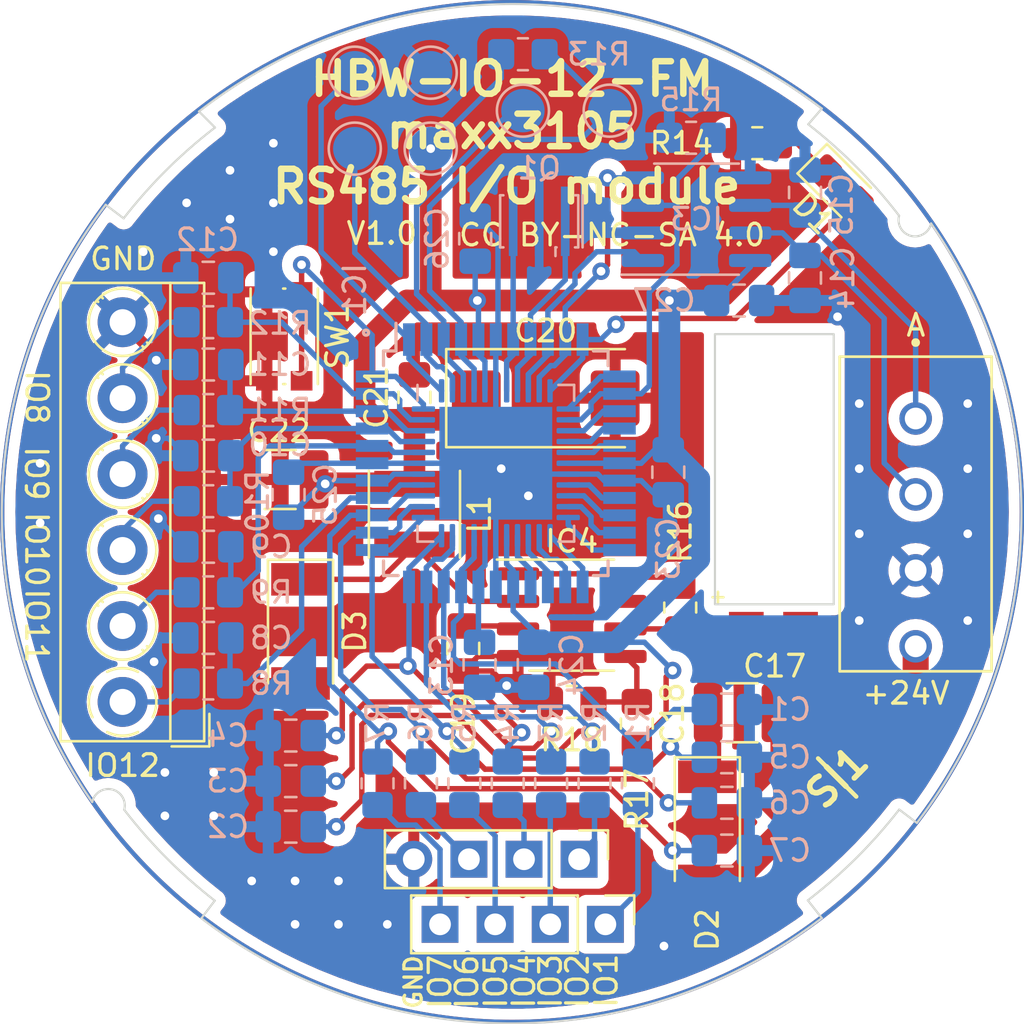
<source format=kicad_pcb>
(kicad_pcb (version 20211014) (generator pcbnew)
  (layers (0 "F.Cu" signal) (31 "B.Cu" signal) (34 "B.Paste" user) (35 "F.Paste" user) (36 "B.SilkS" user "B.Silkscreen") (37 "F.SilkS" user "F.Silkscreen") (38 "B.Mask" user) (39 "F.Mask" user) (44 "Edge.Cuts" user))
  (net 0 "")
  (net 1 "/GND")
  (net 2 "/AREF")
  (net 3 "Net-(C14-Pad1)")
  (net 4 "Net-(C15-Pad1)")
  (net 5 "Net-(C17-Pad1)")
  (net 6 "Net-(C19-Pad1)")
  (net 7 "/VCC")
  (net 8 "Net-(D1-Pad1)")
  (net 9 "/LED")
  (net 10 "Net-(D2-Pad2)")
  (net 11 "Net-(D3-Pad1)")
  (net 12 "/MOSI")
  (net 13 "/MISO")
  (net 14 "/SCK")
  (net 15 "/RST")
  (net 16 "/XTAL2")
  (net 17 "/XTAL1")
  (net 18 "/RXD")
  (net 19 "/TXD")
  (net 20 "/TXEN")
  (net 21 "/SO8")
  (net 22 "/SO7")
  (net 23 "/SO6")
  (net 24 "/SO5")
  (net 25 "/SO4")
  (net 26 "/SO3")
  (net 27 "/SO2")
  (net 28 "/SO1")
  (net 29 "/SO9")
  (net 30 "/SO10")
  (net 31 "/SO11")
  (net 32 "/SO12")
  (net 33 "Net-(IC4-Pad1)")
  (net 34 "Net-(IC4-Pad5)")
  (net 35 "Net-(J1-Pad1)")
  (net 36 "Net-(J1-Pad2)")
  (net 37 "Net-(J1-Pad3)")
  (net 38 "Net-(J1-Pad4)")
  (net 39 "Net-(J2-Pad1)")
  (net 40 "Net-(J2-Pad2)")
  (net 41 "Net-(J2-Pad3)")
  (net 42 "Net-(J3-Pad1)")
  (net 43 "Net-(J3-Pad2)")
  (net 44 "Net-(J3-Pad3)")
  (net 45 "Net-(J3-Pad4)")
  (net 46 "Net-(J3-Pad5)")
  (net 47 "/+24V")
  (net 48 "/PD3")
  (net 49 "/PD5")
  (net 50 "/PD6")
  (net 51 "/PD7")
  (net 52 "/PC0")
  (net 53 "/PC1")
  (net 54 "/PC2")
  (net 55 "/PC3")
  (net 56 "/PC4")
  (net 57 "/PC5")
  (net 58 "/PC6")
  (net 59 "/PC7")
  (net 60 "/Button")
  (footprint "Fuse:FUSC6127X294N" (layer "F.Cu") (at 164.982233 87.232233 -135)
    (fp_text reference "SI1")
    (fp_text value "375mA" hide)
  )
  (footprint "Diode_SMD:D_MELF" (layer "F.Cu") (at 140.25 80.5 -90)
    (fp_text reference "D3")
    (fp_text value "SK14")
  )
  (footprint "1891085:PHOENIX_1891085" (layer "F.Cu") (at 165.1 67.8375 -90)
    (fp_text reference "J4" hide)
    (fp_text value "BUS_Terminal" hide)
  )
  (footprint "LED_SMD:LED_0805_2012Metric_Pad1.15x1.40mm_HandSolder" (layer "F.Cu") (at 165.15 60.03 -45)
    (fp_text reference "D1")
    (fp_text value "Rot" hide)
  )
  (footprint "Capacitor_SMD:C_0805_2012Metric_Pad1.18x1.45mm_HandSolder" (layer "F.Cu") (at 147.75 81.2875 -90)
    (fp_text reference "C19")
    (fp_text value "220pF" hide)
  )
  (footprint "Inductor_SMD:L_Taiyo-Yuden_MD-4040" (layer "F.Cu") (at 145.5 75.1 -90)
    (fp_text reference "L1")
    (fp_text value "270µH")
  )
  (footprint "Diode_SMD:D_MELF" (layer "F.Cu") (at 159 89.6 -90)
    (fp_text reference "D2")
    (fp_text value "SM4007" hide)
  )
  (footprint "Capacitor_THT:CP_Radial_D5.0mm_P2.50mm" (layer "F.Cu") (at 160.794888 80.4)
    (fp_text reference "C17")
    (fp_text value "22µF/50V" hide)
  )
  (footprint "Resistor_SMD:R_0805_2012Metric_Pad1.20x1.40mm_HandSolder" (layer "F.Cu") (at 157.75 79.4 90)
    (fp_text reference "R16")
    (fp_text value "1R")
  )
  (footprint "Connector_PinHeader_2.54mm:PinHeader_1x04_P2.54mm_Vertical" (layer "F.Cu") (at 154.3 94 -90)
    (fp_text reference "J1" hide)
    (fp_text value "Conn_01x04_Male" hide)
  )
  (footprint "Resistor_SMD:R_0805_2012Metric_Pad1.20x1.40mm_HandSolder" (layer "F.Cu") (at 161.3 58)
    (fp_text reference "R14")
    (fp_text value "470" hide)
  )
  (footprint "Capacitor_SMD:C_0805_2012Metric_Pad1.18x1.45mm_HandSolder" (layer "F.Cu") (at 145.5 69.7125 -90)
    (fp_text reference "C21")
    (fp_text value "100n" hide)
  )
  (footprint "Capacitor_Tantalum_SMD:CP_EIA-7343-20_Kemet-V_Pad2.25x2.55mm_HandSolder" (layer "F.Cu") (at 151.55 69.75)
    (fp_text reference "C20")
    (fp_text value "100µF/6,3V" hide)
  )
  (footprint "Resistor_SMD:R_0805_2012Metric_Pad1.20x1.40mm_HandSolder" (layer "F.Cu") (at 152.75 83.75 180)
    (fp_text reference "R18")
    (fp_text value "12k" hide)
  )
  (footprint "Capacitor_SMD:C_1210_3225Metric_Pad1.33x2.70mm_HandSolder" (layer "F.Cu") (at 139.3125 73.5 180)
    (fp_text reference "C22")
    (fp_text value "10µF" hide)
  )
  (footprint "Package_SO:SOIC-8_3.9x4.9mm_P1.27mm" (layer "F.Cu") (at 152.75 79.75)
    (fp_text reference "IC4")
    (fp_text value "MC34063AD" hide)
  )
  (footprint "Connector_PinHeader_2.54mm:PinHeader_1x04_P2.54mm_Vertical" (layer "F.Cu") (at 153.09 91 -90)
    (fp_text reference "J2" hide)
    (fp_text value "Conn_01x04_Male" hide)
  )
  (footprint "Button_Switch_SMD:SW_Push_1P1T_NO_CK_KMR2" (layer "F.Cu") (at 139.5 66.9 -90)
    (fp_text reference "SW1")
    (fp_text value "Button")
  )
  (footprint "TerminalBlock_MetzConnect:TerminalBlock_MetzConnect_Type059_RT06306HBWC_1x06_P3.50mm_Horizontal" (layer "F.Cu") (at 132.05 83.75 90)
    (fp_text reference "J3" hide)
    (fp_text value "Screw_Terminal_01x06" hide)
  )
  (footprint "Resistor_SMD:R_0805_2012Metric_Pad1.20x1.40mm_HandSolder" (layer "F.Cu") (at 155.75 84.75 90)
    (fp_text reference "R17")
    (fp_text value "36k" hide)
  )
  (footprint "Capacitor_SMD:C_1210_3225Metric_Pad1.33x2.70mm_HandSolder" (layer "F.Cu") (at 160.6 84.25)
    (fp_text reference "C18")
    (fp_text value "2,2µF/50V" hide)
  )
  (footprint "Capacitor_SMD:C_0805_2012Metric_Pad1.18x1.45mm_HandSolder" (layer "B.Cu") (at 139.8 89.5)
    (fp_text reference "C2")
    (fp_text value "100nF" hide)
  )
  (footprint "Resistor_SMD:R_0805_2012Metric_Pad1.20x1.40mm_HandSolder" (layer "B.Cu") (at 149.8 87.5 90)
    (fp_text reference "R4")
    (fp_text value "330")
  )
  (footprint "Crystal:Resonator_SMD_Murata_CSTxExxV-3Pin_3.0x1.1mm_HandSoldering" (layer "B.Cu") (at 151.25 61.6 180)
    (fp_text reference "Q1")
    (fp_text value "16Mhz")
  )
  (footprint "Capacitor_SMD:C_0805_2012Metric_Pad1.18x1.45mm_HandSolder" (layer "B.Cu") (at 139.8 85.3)
    (fp_text reference "C4")
    (fp_text value "100nF")
  )
  (footprint "Capacitor_SMD:C_0805_2012Metric_Pad1.18x1.45mm_HandSolder" (layer "B.Cu") (at 139.8 87.4)
    (fp_text reference "C3")
    (fp_text value "100nF")
  )
  (footprint "Resistor_SMD:R_0805_2012Metric_Pad1.20x1.40mm_HandSolder" (layer "B.Cu") (at 136 66.25)
    (fp_text reference "R12")
    (fp_text value "330" hide)
  )
  (footprint "Capacitor_SMD:C_0805_2012Metric_Pad1.18x1.45mm_HandSolder" (layer "B.Cu") (at 159.9 84.1 180)
    (fp_text reference "C1")
    (fp_text value "100nF")
  )
  (footprint "Capacitor_SMD:C_0805_2012Metric_Pad1.18x1.45mm_HandSolder" (layer "B.Cu") (at 157.2 73.1625 -90)
    (fp_text reference "C23")
    (fp_text value "100nF" hide)
  )
  (footprint "TestPoint:TestPoint_Pad_D2.0mm" (layer "B.Cu") (at 150.5 56.5 180)
    (fp_text reference "TP6" hide)
    (fp_text value "SCK")
  )
  (footprint "Capacitor_SMD:C_0805_2012Metric_Pad1.18x1.45mm_HandSolder" (layer "B.Cu") (at 136 76.6)
    (fp_text reference "C9")
    (fp_text value "100nF" hide)
  )
  (footprint "Package_QFP:TQFP-44_10x10mm_P0.8mm" (layer "B.Cu") (at 149.25 72.75 -90)
    (fp_text reference "IC1")
    (fp_text value "ATmega32A-A" hide)
  )
  (footprint "Capacitor_SMD:C_0805_2012Metric_Pad1.18x1.45mm_HandSolder" (layer "B.Cu") (at 160.4625 65.25 180)
    (fp_text reference "C27")
    (fp_text value "100n" hide)
  )
  (footprint "Resistor_SMD:R_0805_2012Metric_Pad1.20x1.40mm_HandSolder" (layer "B.Cu") (at 147.8 87.5 90)
    (fp_text reference "R5")
    (fp_text value "330")
  )
  (footprint "Capacitor_SMD:C_0805_2012Metric_Pad1.18x1.45mm_HandSolder" (layer "B.Cu") (at 148.5 82.0375 90)
    (fp_text reference "C13")
    (fp_text value "100nF" hide)
  )
  (footprint "Capacitor_SMD:C_0805_2012Metric_Pad1.18x1.45mm_HandSolder" (layer "B.Cu") (at 136 68.2)
    (fp_text reference "C11")
    (fp_text value "100nF" hide)
  )
  (footprint "Capacitor_SMD:C_0805_2012Metric_Pad1.18x1.45mm_HandSolder" (layer "B.Cu") (at 136 64.2)
    (fp_text reference "C12")
    (fp_text value "100nF" hide)
  )
  (footprint "TestPoint:TestPoint_Pad_D2.0mm" (layer "B.Cu") (at 146.25 54.75 180)
    (fp_text reference "TP2" hide)
    (fp_text value "GND")
  )
  (footprint "Capacitor_SMD:C_0805_2012Metric_Pad1.18x1.45mm_HandSolder" (layer "B.Cu") (at 136 80.8)
    (fp_text reference "C8")
    (fp_text value "100nF" hide)
  )
  (footprint "Resistor_SMD:R_0805_2012Metric_Pad1.20x1.40mm_HandSolder" (layer "B.Cu") (at 136 82.9)
    (fp_text reference "R8")
    (fp_text value "330" hide)
  )
  (footprint "Resistor_SMD:R_0805_2012Metric_Pad1.20x1.40mm_HandSolder" (layer "B.Cu") (at 150.5 53.9 180)
    (fp_text reference "R13")
    (fp_text value "10k" hide)
  )
  (footprint "Capacitor_SMD:C_0805_2012Metric_Pad1.18x1.45mm_HandSolder" (layer "B.Cu") (at 159.9 90.6 180)
    (fp_text reference "C7")
    (fp_text value "100nF")
  )
  (footprint "TestPoint:TestPoint_Pad_D2.0mm" (layer "B.Cu") (at 142.75 54.75 180)
    (fp_text reference "TP4" hide)
    (fp_text value "MOSI")
  )
  (footprint "Capacitor_SMD:C_0805_2012Metric_Pad1.18x1.45mm_HandSolder" (layer "B.Cu") (at 139.7 74.2 90)
    (fp_text reference "C25")
    (fp_text value "100nF" hide)
  )
  (footprint "Package_DFN_QFN:QFN-44-1EP_7x7mm_P0.5mm_EP5.2x5.2mm" (layer "B.Cu") (at 149.25 72.75 -90)
    (fp_text reference "IC2" hide)
    (fp_text value "ATmega32A-M" hide)
  )
  (footprint "Capacitor_SMD:C_0805_2012Metric_Pad1.18x1.45mm_HandSolder" (layer "B.Cu") (at 136 72.4)
    (fp_text reference "C10")
    (fp_text value "100nF" hide)
  )
  (footprint "Capacitor_SMD:C_0805_2012Metric_Pad1.18x1.45mm_HandSolder" (layer "B.Cu") (at 163.5 60.27 90)
    (fp_text reference "C15")
    (fp_text value "82pF" hide)
  )
  (footprint "Capacitor_SMD:C_0805_2012Metric_Pad1.18x1.45mm_HandSolder" (layer "B.Cu") (at 148.3 62.4 90)
    (fp_text reference "C26")
    (fp_text value "100nF" hide)
  )
  (footprint "Resistor_SMD:R_0805_2012Metric_Pad1.20x1.40mm_HandSolder" (layer "B.Cu") (at 136 74.5)
    (fp_text reference "R10")
    (fp_text value "330" hide)
  )
  (footprint "Capacitor_SMD:C_0805_2012Metric_Pad1.18x1.45mm_HandSolder" (layer "B.Cu") (at 163.5 64.21 -90)
    (fp_text reference "C14")
    (fp_text value "82pF" hide)
  )
  (footprint "Resistor_SMD:R_0805_2012Metric_Pad1.20x1.40mm_HandSolder" (layer "B.Cu") (at 158.25 57.75)
    (fp_text reference "R15")
    (fp_text value "10k" hide)
  )
  (footprint "Resistor_SMD:R_0805_2012Metric_Pad1.20x1.40mm_HandSolder" (layer "B.Cu") (at 155.8 87.5 90)
    (fp_text reference "R1")
    (fp_text value "330")
  )
  (footprint "Resistor_SMD:R_0805_2012Metric_Pad1.20x1.40mm_HandSolder" (layer "B.Cu") (at 151.8 87.5 90)
    (fp_text reference "R3")
    (fp_text value "330")
  )
  (footprint "Capacitor_SMD:C_0805_2012Metric_Pad1.18x1.45mm_HandSolder" (layer "B.Cu") (at 159.9 86.3 180)
    (fp_text reference "C5")
    (fp_text value "100nF")
  )
  (footprint "TestPoint:TestPoint_Pad_D2.0mm" (layer "B.Cu") (at 154.5 56.5 180)
    (fp_text reference "TP5" hide)
    (fp_text value "RST")
  )
  (footprint "TestPoint:TestPoint_Pad_D2.0mm" (layer "B.Cu") (at 146.25 58.25 180)
    (fp_text reference "TP1" hide)
    (fp_text value "VCC")
  )
  (footprint "Package_SO:SOIC-8_3.9x4.9mm_P1.27mm" (layer "B.Cu") (at 158.5 61.5)
    (fp_text reference "IC3")
    (fp_text value "MAX487E" hide)
  )
  (footprint "Resistor_SMD:R_0805_2012Metric_Pad1.20x1.40mm_HandSolder" (layer "B.Cu") (at 143.8 87.5 90)
    (fp_text reference "R7")
    (fp_text value "330")
  )
  (footprint "TestPoint:TestPoint_Pad_D2.0mm" (layer "B.Cu") (at 142.75 58.25 180)
    (fp_text reference "TP3" hide)
    (fp_text value "MISO")
  )
  (footprint "Capacitor_SMD:C_0805_2012Metric_Pad1.18x1.45mm_HandSolder" (layer "B.Cu") (at 151 82.0375 -90)
    (fp_text reference "C24")
    (fp_text value "100nF" hide)
  )
  (footprint "Resistor_SMD:R_0805_2012Metric_Pad1.20x1.40mm_HandSolder" (layer "B.Cu") (at 136 70.3)
    (fp_text reference "R11")
    (fp_text value "330" hide)
  )
  (footprint "Resistor_SMD:R_0805_2012Metric_Pad1.20x1.40mm_HandSolder" (layer "B.Cu") (at 136 78.7)
    (fp_text reference "R9")
    (fp_text value "330" hide)
  )
  (footprint "Resistor_SMD:R_0805_2012Metric_Pad1.20x1.40mm_HandSolder" (layer "B.Cu") (at 153.8 87.5 90)
    (fp_text reference "R2")
    (fp_text value "330" hide)
  )
  (footprint "Capacitor_SMD:C_0805_2012Metric_Pad1.18x1.45mm_HandSolder" (layer "B.Cu") (at 159.9 88.4 180)
    (fp_text reference "C6")
    (fp_text value "100nF" hide)
  )
  (footprint "Resistor_SMD:R_0805_2012Metric_Pad1.20x1.40mm_HandSolder" (layer "B.Cu") (at 145.8 87.5 90)
    (fp_text reference "R6")
    (fp_text value "330" hide)
  )
  (gr_circle (center 150 75) (end 173.5 75) (layer "F.Cu") (width 0.2) (fill none))
  (gr_circle (center 150 75) (end 173.5 75) (layer "B.Cu") (width 0.2) (fill none))
  (gr_circle (center 143.27 66.73) (end 143.31 66.84) (layer "B.SilkS") (width 0.15) (fill none))
  (gr_arc (start 164.274013 93.709678) (mid 149.979794 98.565663) (end 135.681576 93.721468) (layer "Edge.Cuts") (width 0.1))
  (gr_arc (start 132.098474 61.463954) (mid 134.070106 59.236439) (end 136.309444 57.278246) (layer "Edge.Cuts") (width 0.1))
  (gr_arc (start 130.650136 88.363575) (mid 131.570106 87.786439) (end 132.125319 88.719804) (layer "Edge.Cuts") (width 0.1))
  (gr_arc (start 130.650136 88.363575) (mid 126.489563 74.499294) (end 131.269977 60.83634) (layer "Edge.Cuts") (width 0.1))
  (gr_arc (start 163.651021 57.129902) (mid 165.878536 59.101534) (end 167.836729 61.340872) (layer "Edge.Cuts") (width 0.1))
  (gr_line (start 132.098474 61.463954) (end 131.270106 60.836439) (layer "Edge.Cuts") (width 0.1))
  (gr_rect (start 159.35 66.8) (end 164.825 79.25) (layer "Edge.Cuts") (width 0.1) (fill none))
  (gr_line (start 167.841738 88.708924) (end 168.65495 89.324877) (layer "Edge.Cuts") (width 0.1))
  (gr_line (start 163.630768 92.894632) (end 164.274013 93.709678) (layer "Edge.Cuts") (width 0.1))
  (gr_arc (start 169.311912 61.697101) (mid 173.468751 75.617646) (end 168.65495 89.324877) (layer "Edge.Cuts") (width 0.1))
  (gr_line (start 136.297621 92.908071) (end 135.681576 93.721468) (layer "Edge.Cuts") (width 0.1))
  (gr_line (start 163.651021 57.129902) (end 164.278536 56.401534) (layer "Edge.Cuts") (width 0.1))
  (gr_arc (start 135.570106 56.536439) (mid 149.901374 51.585798) (end 164.278536 56.401534) (layer "Edge.Cuts") (width 0.1))
  (gr_arc (start 167.841738 88.708924) (mid 165.870106 90.936439) (end 163.630768 92.894632) (layer "Edge.Cuts") (width 0.1))
  (gr_line (start 136.309444 57.278246) (end 135.570106 56.536439) (layer "Edge.Cuts") (width 0.1))
  (gr_arc (start 136.297621 92.908071) (mid 134.07869 90.946211) (end 132.125319 88.719804) (layer "Edge.Cuts") (width 0.1))
  (gr_arc (start 169.311912 61.697101) (mid 168.391942 62.274237) (end 167.836729 61.340872) (layer "Edge.Cuts") (width 0.1))
  (gr_text "IO10" (at 128.09 76.72 270) (layer "F.SilkS") (effects (font (size 1 1))))
  (gr_text "IO7" (at 146.68 96.65 90) (layer "F.SilkS") (effects (font (size 1 1))))
  (gr_text "IO12" (at 132.05 86.68) (layer "F.SilkS") (effects (font (size 1 1))))
  (gr_text "+24V" (at 168.16 83.35) (layer "F.SilkS") (effects (font (size 1 1))))
  (gr_text "IO2" (at 153.01 96.62 90) (layer "F.SilkS") (effects (font (size 1 1))))
  (gr_text "IO9" (at 128.07 73.22 270) (layer "F.SilkS") (effects (font (size 1 1))))
  (gr_text "IO11" (at 128.09 80.25 270) (layer "F.SilkS") (effects (font (size 1 1))))
  (gr_text "HBW-IO-12-FM\nmaxx3105" (at 150 56.25) (layer "F.SilkS") (effects (font (size 1.5 1.5) (thickness 0.3))))
  (gr_text "RS485 I/O module" (at 149.75 60) (layer "F.SilkS") (effects (font (size 1.5 1.5) (thickness 0.3))))
  (gr_text "IO4" (at 150.54 96.63 90) (layer "F.SilkS") (effects (font (size 1 1))))
  (gr_text "GND" (at 132.08 63.33) (layer "F.SilkS") (effects (font (size 1 1))))
  (gr_text "GND" (at 145.45 96.66 90) (layer "F.SilkS") (effects (font (size 0.8 0.8))))
  (gr_text "CC BY-NC-SA 4.0" (at 154.61 62.23) (layer "F.SilkS") (effects (font (size 1 1))))
  (gr_text "IO3" (at 151.77 96.62 90) (layer "F.SilkS") (effects (font (size 1 1))))
  (gr_text "V1.0" (at 144 62.16) (layer "F.SilkS") (effects (font (size 1 1))))
  (gr_text "IO5" (at 149.25 96.63 90) (layer "F.SilkS") (effects (font (size 1 1))))
  (gr_text "A" (at 168.61 66.39) (layer "F.SilkS") (effects (font (size 1 1))))
  (gr_text "IO1" (at 154.34 96.6 90) (layer "F.SilkS") (effects (font (size 1 1))))
  (gr_text "IO8" (at 128.1 69.71 270) (layer "F.SilkS") (effects (font (size 1 1))))
  (gr_text "IO6" (at 147.92 96.65 90) (layer "F.SilkS") (effects (font (size 1 1))))
  (segment (start 140.25 82.9) (end 140.25 81) (width 0.25) (layer "F.Cu") (net 1))
  (segment (start 148.42 81.655) (end 147.75 82.325) (width 0.25) (layer "F.Cu") (net 1))
  (segment (start 149.75 83) (end 149.075 82.325) (width 0.25) (layer "F.Cu") (net 1))
  (segment (start 140.25 81) (end 140.75 80.5) (width 0.25) (layer "F.Cu") (net 1))
  (segment (start 140.75 80.5) (end 145.5125 80.5) (width 0.25) (layer "F.Cu") (net 1))
  (segment (start 151.75 83.75) (end 150.5 83.75) (width 0.25) (layer "F.Cu") (net 1))
  (segment (start 149.075 82.325) (end 147.75 82.325) (width 0.25) (layer "F.Cu") (net 1))
  (segment (start 145.5125 80.5) (end 147.3375 82.325) (width 0.25) (layer "F.Cu") (net 1))
  (segment (start 150.5 83.75) (end 149.75 83) (width 0.25) (layer "F.Cu") (net 1))
  (segment (start 150.275 81.655) (end 148.42 81.655) (width 0.25) (layer "F.Cu") (net 1))
  (via (at 133 63) (size 0.8) (drill 0.4) (layers "F.Cu" "B.Cu") (net 1))
  (via (at 137 61.5) (size 0.8) (drill 0.4) (layers "F.Cu" "B.Cu") (net 1))
  (via (at 140 92) (size 0.8) (drill 0.4) (layers "F.Cu" "B.Cu") (net 1))
  (via (at 133.7 75.3) (size 0.8) (drill 0.4) (layers "F.Cu" "B.Cu") (net 1))
  (via (at 134 89) (size 0.8) (drill 0.4) (layers "F.Cu" "B.Cu") (net 1))
  (via (at 171 80) (size 0.8) (drill 0.4) (layers "F.Cu" "B.Cu") (net 1))
  (via (at 128.25 75.5) (size 0.8) (drill 0.4) (layers "F.Cu" "B.Cu") (net 1))
  (via (at 165 66) (size 0.8) (drill 0.4) (layers "F.Cu" "B.Cu") (net 1))
  (via (at 142 94) (size 0.8) (drill 0.4) (layers "F.Cu" "B.Cu") (net 1))
  (via (at 139 63) (size 0.8) (drill 0.4) (layers "F.Cu" "B.Cu") (net 1))
  (via (at 171 73) (size 0.8) (drill 0.4) (layers "F.Cu" "B.Cu") (net 1))
  (via (at 166 80) (size 0.8) (drill 0.4) (layers "F.Cu" "B.Cu") (net 1))
  (via (at 166 76) (size 0.8) (drill 0.4) (layers "F.Cu" "B.Cu") (net 1))
  (via (at 144.25 94) (size 0.8) (drill 0.4) (layers "F.Cu" "B.Cu") (net 1))
  (via (at 150.75 74.25) (size 0.8) (drill 0.4) (layers "F.Cu" "B.Cu") (net 1))
  (via (at 135 60.75) (size 0.8) (drill 0.4) (layers "F.Cu" "B.Cu") (net 1))
  (via (at 142 92) (size 0.8) (drill 0.4) (layers "F.Cu" "B.Cu") (net 1))
  (via (at 139 60.75) (size 0.8) (drill 0.4) (layers "F.Cu" "B.Cu") (net 1))
  (via (at 157 95) (size 0.8) (drill 0.4) (layers "F.Cu" "B.Cu") (net 1))
  (via (at 133.6 68) (size 0.8) (drill 0.4) (layers "F.Cu" "B.Cu") (net 1))
  (via (at 136.25 89) (size 0.8) (drill 0.4) (layers "F.Cu" "B.Cu") (net 1))
  (via (at 138 92) (size 0.8) (drill 0.4) (layers "F.Cu" "B.Cu") (net 1))
  (via (at 149.75 83) (size 0.8) (drill 0.4) (layers "F.Cu" "B.Cu") (net 1))
  (via (at 136.25 87) (size 0.8) (drill 0.4) (layers "F.Cu" "B.Cu") (net 1))
  (via (at 171 70) (size 0.8) (drill 0.4) (layers "F.Cu" "B.Cu") (net 1))
  (via (at 134 87) (size 0.8) (drill 0.4) (layers "F.Cu" "B.Cu") (net 1))
  (via (at 171 76) (size 0.8) (drill 0.4) (layers "F.Cu" "B.Cu") (net 1))
  (via (at 166 70) (size 0.8) (drill 0.4) (layers "F.Cu" "B.Cu") (net 1))
  (via (at 128.25 72.75) (size 0.8) (drill 0.4) (layers "F.Cu" "B.Cu") (net 1))
  (via (at 133.5 81.9) (size 0.8) (drill 0.4) (layers "F.Cu" "B.Cu") (net 1))
  (via (at 166 73) (size 0.8) (drill 0.4) (layers "F.Cu" "B.Cu") (net 1))
  (via (at 149.5 73) (size 0.8) (drill 0.4) (layers "F.Cu" "B.Cu") (net 1))
  (via (at 139 58) (size 0.8) (drill 0.4) (layers "F.Cu" "B.Cu") (net 1))
  (via (at 133.6 71.6) (size 0.8) (drill 0.4) (layers "F.Cu" "B.Cu") (net 1))
  (via (at 137 59.25) (size 0.8) (drill 0.4) (layers "F.Cu" "B.Cu") (net 1))
  (via (at 140 94) (size 0.8) (drill 0.4) (layers "F.Cu" "B.Cu") (net 1))
  (segment (start 134.9625 68.2) (end 133.8 68.2) (width 0.25) (layer "B.Cu") (net 1))
  (segment (start 133.7 75.3) (end 133.7 75.3375) (width 0.25) (layer "B.Cu") (net 1))
  (segment (start 153.95 73.25) (end 152.5875 73.25) (width 0.25) (layer "B.Cu") (net 1))
  (segment (start 133.6 71.6) (end 134.1625 71.6) (width 0.25) (layer "B.Cu") (net 1))
  (segment (start 149.35 62.4125) (end 148.3 61.3625) (width 0.25) (layer "B.Cu") (net 1))
  (segment (start 149.25 76.0875) (end 149.25 78.45) (width 0.25) (layer "B.Cu") (net 1))
  (segment (start 154.25 73.55) (end 153.95 73.25) (width 0.25) (layer "B.Cu") (net 1))
  (segment (start 145.9125 72.75) (end 149.25 72.75) (width 0.25) (layer "B.Cu") (net 1))
  (segment (start 133.8 68.2) (end 133.6 68) (width 0.25) (layer "B.Cu") (net 1))
  (segment (start 154.95 73.55) (end 155.95 73.55) (width 0.25) (layer "B.Cu") (net 1))
  (segment (start 133.7 75.3375) (end 134.9625 76.6) (width 0.25) (layer "B.Cu") (net 1))
  (segment (start 155.95 73.55) (end 156.6 74.2) (width 0.25) (layer "B.Cu") (net 1))
  (segment (start 134.1625 71.6) (end 134.9625 72.4) (width 0.25) (layer "B.Cu") (net 1))
  (segment (start 149.25 69.4125) (end 149.25 67.05) (width 0.25) (layer "B.Cu") (net 1))
  (segment (start 143.55 72.75) (end 140.1125 72.75) (width 0.25) (layer "B.Cu") (net 1))
  (segment (start 149.25 76.0875) (end 149.25 72.75) (width 0.25) (layer "B.Cu") (net 1))
  (segment (start 151 83.075) (end 148.5 83.075) (width 0.25) (layer "B.Cu") (net 1))
  (segment (start 149.25 69.4125) (end 149.25 72.75) (width 0.25) (layer "B.Cu") (net 1))
  (segment (start 149.35 66.95) (end 149.35 62.4125) (width 0.25) (layer "B.Cu") (net 1))
  (segment (start 154.95 73.55) (end 154.25 73.55) (width 0.25) (layer "B.Cu") (net 1))
  (segment (start 145.9125 72.75) (end 143.55 72.75) (width 0.25) (layer "B.Cu") (net 1))
  (segment (start 152.5875 73.25) (end 149.75 73.25) (width 0.25) (layer "B.Cu") (net 1))
  (segment (start 148.45 78.45) (end 148.45 80.95) (width 0.25) (layer "B.Cu") (net 2))
  (segment (start 148.75 77.45) (end 148.75 76.0875) (width 0.25) (layer "B.Cu") (net 2))
  (segment (start 148.45 78.45) (end 148.45 77.75) (width 0.25) (layer "B.Cu") (net 2))
  (segment (start 148.45 77.75) (end 148.75 77.45) (width 0.25) (layer "B.Cu") (net 2))
  (segment (start 164.2475 63.1725) (end 167.15 66.075) (width 0.25) (layer "B.Cu") (net 3))
  (segment (start 162.4625 62.135) (end 163.5 63.1725) (width 0.25) (layer "B.Cu") (net 3))
  (segment (start 163.5 63.1725) (end 164.2475 63.1725) (width 0.25) (layer "B.Cu") (net 3))
  (segment (start 160.975 62.135) (end 162.4625 62.135) (width 0.25) (layer "B.Cu") (net 3))
  (segment (start 167.15 72.7375) (end 168.6 74.1875) (width 0.25) (layer "B.Cu") (net 3))
  (segment (start 167.15 66.075) (end 167.15 72.7375) (width 0.25) (layer "B.Cu") (net 3))
  (segment (start 162.865 60.865) (end 168.6 66.6) (width 0.25) (layer "B.Cu") (net 4))
  (segment (start 168.6 66.6) (end 168.6 70.6875) (width 0.25) (layer "B.Cu") (net 4))
  (segment (start 160.975 60.865) (end 162.865 60.865) (width 0.25) (layer "B.Cu") (net 4))
  (segment (start 159.0375 84.25) (end 159.0375 80.5625) (width 1) (layer "F.Cu") (net 5))
  (segment (start 159.0375 80.5625) (end 159.2 80.4) (width 0.25) (layer "F.Cu") (net 5))
  (segment (start 159.2 80.4) (end 160.594888 80.4) (width 1) (layer "F.Cu") (net 5))
  (segment (start 159.0375 84.25) (end 159.0375 87.1625) (width 1.2) (layer "F.Cu") (net 5))
  (segment (start 155.225 80.385) (end 157.365 80.385) (width 0.25) (layer "F.Cu") (net 5))
  (segment (start 157.75 80.4) (end 159.2 80.4) (width 1) (layer "F.Cu") (net 5))
  (segment (start 147.75 80.25) (end 150.14 80.25) (width 0.25) (layer "F.Cu") (net 6))
  (segment (start 157.25 65.25) (end 148.4 65.25) (width 1) (layer "F.Cu") (net 7))
  (segment (start 141.05 73.675) (end 145.5 73.675) (width 1) (layer "F.Cu") (net 7))
  (segment (start 143.2 67.2) (end 143.2 70.2) (width 1) (layer "F.Cu") (net 7))
  (segment (start 146.25 65.25) (end 145.15 65.25) (width 1) (layer "F.Cu") (net 7))
  (segment (start 157.1 82.6) (end 157.1 84.4) (width 0.25) (layer "F.Cu") (net 7))
  (segment (start 143.75 70.75) (end 147.35 70.75) (width 1) (layer "F.Cu") (net 7))
  (segment (start 146.25 65.25) (end 146.25 58.25) (width 1) (layer "F.Cu") (net 7))
  (segment (start 145.15 65.25) (end 143.2 67.2) (width 1) (layer "F.Cu") (net 7))
  (segment (start 157.1 84.4) (end 155.75 85.75) (width 0.25) (layer "F.Cu") (net 7))
  (segment (start 143.75 70.75) (end 145.5 70.75) (width 1) (layer "F.Cu") (net 7))
  (segment (start 145.5 73.675) (end 145.5 70.75) (width 1) (layer "F.Cu") (net 7))
  (segment (start 157.4 82.3) (end 157.1 82.6) (width 0.25) (layer "F.Cu") (net 7))
  (segment (start 148.4 65.25) (end 146.25 65.25) (width 1) (layer "F.Cu") (net 7))
  (segment (start 143.2 70.2) (end 143.75 70.75) (width 1) (layer "F.Cu") (net 7))
  (segment (start 147.35 70.75) (end 148.35 69.75) (width 1) (layer "F.Cu") (net 7))
  (via (at 146.25 58.25) (size 0.8) (drill 0.4) (layers "F.Cu" "B.Cu") (net 7))
  (via (at 157.25 65.25) (size 0.8) (drill 0.4) (layers "F.Cu" "B.Cu") (net 7))
  (via (at 157.4 82.3) (size 0.8) (drill 0.4) (layers "F.Cu" "B.Cu") (net 7))
  (via (at 141.3875 73.7) (size 0.8) (drill 0.4) (layers "F.Cu" "B.Cu") (net 7))
  (via (at 148.4 65.25) (size 0.8) (drill 0.4) (layers "F.Cu" "B.Cu") (net 7))
  (segment (start 154.8 81) (end 151 81) (width 1) (layer "B.Cu") (net 7))
  (segment (start 155.95 72.75) (end 156.575 72.125) (width 0.25) (layer "B.Cu") (net 7))
  (segment (start 157.25 72.093997) (end 158.625 73.468997) (width 1) (layer "B.Cu") (net 7))
  (segment (start 144.25 73.55) (end 143.55 73.55) (width 0.25) (layer "B.Cu") (net 7))
  (segment (start 160.975 63.405) (end 160.975 63.7) (width 0.25) (layer "B.Cu") (net 7))
  (segment (start 141.2375 73.7) (end 141.3875 73.7) (width 0.25) (layer "B.Cu") (net 7))
  (segment (start 148.4 65.25) (end 148.45 65.3) (width 0.25) (layer "B.Cu") (net 7))
  (segment (start 149.5 55) (end 146.25 58.25) (width 0.25) (layer "B.Cu") (net 7))
  (segment (start 152.5875 72.75) (end 154.95 72.75) (width 0.25) (layer "B.Cu") (net 7))
  (segment (start 144.55 73.25) (end 144.25 73.55) (width 0.25) (layer "B.Cu") (net 7))
  (segment (start 150.05 77.7) (end 150.05 78.45) (width 0.25) (layer "B.Cu") (net 7))
  (segment (start 158.625 77.175) (end 154.8 81) (width 1) (layer "B.Cu") (net 7))
  (segment (start 148.3 65.15) (end 148.3 63.4375) (width 0.25) (layer "B.Cu") (net 7))
  (segment (start 149.75 76.0875) (end 149.75 77.4) (width 0.25) (layer "B.Cu") (net 7))
  (segment (start 158.625 73.468997) (end 158.625 77.175) (width 1) (layer "B.Cu") (net 7))
  (segment (start 145.9125 73.25) (end 144.55 73.25) (width 0.25) (layer "B.Cu") (net 7))
  (segment (start 151 80.5) (end 151 81) (width 0.25) (layer "B.Cu") (net 7))
  (segment (start 148.45 67.05) (end 148.45 67.75) (width 0.25) (layer "B.Cu") (net 7))
  (segment (start 149.75 77.4) (end 150.05 77.7) (width 0.25) (layer "B.Cu") (net 7))
  (segment (start 148.75 68.05) (end 148.75 69.4125) (width 0.25) (layer "B.Cu") (net 7))
  (segment (start 156.575 72.125) (end 157.2 72.125) (width 0.25) (layer "B.Cu") (net 7))
  (segment (start 160.975 63.7) (end 159.425 65.25) (width 0.25) (layer "B.Cu") (net 7))
  (segment (start 159.425 65.25) (end 157.25 65.25) (width 1) (layer "B.Cu") (net 7))
  (segment (start 148.4 65.25) (end 148.3 65.15) (width 0.25) (layer "B.Cu") (net 7))
  (segment (start 154.95 72.75) (end 155.95 72.75) (width 0.25) (layer "B.Cu") (net 7))
  (segment (start 156.1 81) (end 154.8 81) (width 0.25) (layer "B.Cu") (net 7))
  (segment (start 157.25 65.25) (end 157.25 72.093997) (width 1) (layer "B.Cu") (net 7))
  (segment (start 149.5 53.9) (end 149.5 55) (width 0.25) (layer "B.Cu") (net 7))
  (segment (start 148.45 65.3) (end 148.45 67.05) (width 0.25) (layer "B.Cu") (net 7))
  (segment (start 141.5375 73.55) (end 143.55 73.55) (width 0.25) (layer "B.Cu") (net 7))
  (segment (start 148.45 67.75) (end 148.75 68.05) (width 0.25) (layer "B.Cu") (net 7))
  (segment (start 157.4 82.3) (end 156.1 81) (width 0.25) (layer "B.Cu") (net 7))
  (segment (start 139.7 75.2375) (end 141.2375 73.7) (width 0.25) (layer "B.Cu") (net 7))
  (segment (start 141.3875 73.7) (end 141.5375 73.55) (width 0.25) (layer "B.Cu") (net 7))
  (segment (start 150.05 79.55) (end 151 80.5) (width 0.25) (layer "B.Cu") (net 7))
  (segment (start 150.05 78.45) (end 150.05 79.55) (width 0.25) (layer "B.Cu") (net 7))
  (segment (start 162.3 58) (end 163.13 58) (width 0.25) (layer "F.Cu") (net 8))
  (segment (start 163.13 58) (end 164.305216 59.175216) (width 0.25) (layer "F.Cu") (net 8))
  (segment (start 160.304568 66.075) (end 165.754784 60.624784) (width 0.25) (layer "F.Cu") (net 9))
  (segment (start 155.0645 66.075) (end 160.304568 66.075) (width 0.25) (layer "F.Cu") (net 9))
  (segment (start 154.79 66.3495) (end 155.0645 66.075) (width 0.25) (layer "F.Cu") (net 9))
  (via (at 154.79 66.3495) (size 0.8) (drill 0.4) (layers "F.Cu" "B.Cu") (net 9))
  (segment (start 153.25 67.9125) (end 153.25 67.05) (width 0.25) (layer "B.Cu") (net 9))
  (segment (start 154.79 66.3495) (end 154.0895 67.05) (width 0.25) (layer "B.Cu") (net 9))
  (segment (start 154.0895 67.05) (end 153.25 67.05) (width 0.25) (layer "B.Cu") (net 9))
  (segment (start 151.75 69.4125) (end 153.25 67.9125) (width 0.25) (layer "B.Cu") (net 9))
  (segment (start 160.214466 92) (end 163.214466 89) (width 1.2) (layer "F.Cu") (net 10))
  (segment (start 140.25 78.1) (end 143.95 78.1) (width 0.25) (layer "F.Cu") (net 11))
  (segment (start 143.95 78.1) (end 145.5 76.55) (width 0.25) (layer "F.Cu") (net 11))
  (segment (start 148.065 79.115) (end 145.5 76.55) (width 0.25) (layer "F.Cu") (net 11))
  (segment (start 150.275 79.115) (end 148.065 79.115) (width 0.25) (layer "F.Cu") (net 11))
  (segment (start 146.7375 69.4125) (end 145.25 67.925) (width 0.25) (layer "B.Cu") (net 12))
  (segment (start 141.2 56.3) (end 142.75 54.75) (width 0.25) (layer "B.Cu") (net 12))
  (segment (start 145.25 67.05) (end 141.2 63) (width 0.25) (layer "B.Cu") (net 12))
  (segment (start 141.2 63) (end 141.2 56.3) (width 0.25) (layer "B.Cu") (net 12))
  (segment (start 145.25 67.925) (end 145.25 67.05) (width 0.25) (layer "B.Cu") (net 12))
  (segment (start 146.75 69.4125) (end 146.7375 69.4125) (width 0.25) (layer "B.Cu") (net 12))
  (segment (start 146.05 67.8) (end 146.55 68.3) (width 0.25) (layer "B.Cu") (net 13))
  (segment (start 142.75 63.05) (end 142.75 58.25) (width 0.25) (layer "B.Cu") (net 13))
  (segment (start 146.55 68.3) (end 146.763604 68.3) (width 0.25) (layer "B.Cu") (net 13))
  (segment (start 146.05 67.05) (end 146.05 66.35) (width 0.25) (layer "B.Cu") (net 13))
  (segment (start 147.25 68.786396) (end 147.25 69.4125) (width 0.25) (layer "B.Cu") (net 13))
  (segment (start 146.763604 68.3) (end 147.25 68.786396) (width 0.25) (layer "B.Cu") (net 13))
  (segment (start 146.05 67.05) (end 146.05 67.8) (width 0.25) (layer "B.Cu") (net 13))
  (segment (start 146.05 66.35) (end 142.75 63.05) (width 0.25) (layer "B.Cu") (net 13))
  (segment (start 146.85 67.05) (end 146.85 67.75) (width 0.25) (layer "B.Cu") (net 14))
  (segment (start 145.6 60.886916) (end 149.986916 56.5) (width 0.25) (layer "B.Cu") (net 14))
  (segment (start 146.85 67.05) (end 146.85 66.2) (width 0.25) (layer "B.Cu") (net 14))
  (segment (start 147.75 68.65) (end 147.75 69.4125) (width 0.25) (layer "B.Cu") (net 14))
  (segment (start 146.85 66.2) (end 145.6 64.95) (width 0.25) (layer "B.Cu") (net 14))
  (segment (start 145.6 64.95) (end 145.6 60.886916) (width 0.25) (layer "B.Cu") (net 14))
  (segment (start 146.85 67.75) (end 147.75 68.65) (width 0.25) (layer "B.Cu") (net 14))
  (segment (start 151.9 53.9) (end 154.5 56.5) (width 0.25) (layer "B.Cu") (net 15))
  (segment (start 148.25 68.4) (end 148.25 69.4125) (width 0.25) (layer "B.Cu") (net 15))
  (segment (start 147.65 67.05) (end 147.65 66.25) (width 0.25) (layer "B.Cu") (net 15))
  (segment (start 146.2 60.923312) (end 149.298312 57.825) (width 0.25) (layer "B.Cu") (net 15))
  (segment (start 147.65 67.8) (end 148.25 68.4) (width 0.25) (layer "B.Cu") (net 15))
  (segment (start 147.65 67.05) (end 147.65 67.8) (width 0.25) (layer "B.Cu") (net 15))
  (segment (start 146.2 64.8) (end 146.2 60.923312) (width 0.25) (layer "B.Cu") (net 15))
  (segment (start 153.175 57.825) (end 154.5 56.5) (width 0.25) (layer "B.Cu") (net 15))
  (segment (start 147.65 66.25) (end 146.2 64.8) (width 0.25) (layer "B.Cu") (net 15))
  (segment (start 149.298312 57.825) (end 153.175 57.825) (width 0.25) (layer "B.Cu") (net 15))
  (segment (start 150.05 67.05) (end 150.05 67.75) (width 0.25) (layer "B.Cu") (net 16))
  (segment (start 150.05 67.75) (end 149.75 68.05) (width 0.25) (layer "B.Cu") (net 16))
  (segment (start 150.05 67.05) (end 150.05 62.35) (width 0.25) (layer "B.Cu") (net 16))
  (segment (start 149.75 68.05) (end 149.75 69.4125) (width 0.25) (layer "B.Cu") (net 16))
  (segment (start 152.45 64.3) (end 152.45 62.35) (width 0.25) (layer "B.Cu") (net 17))
  (segment (start 150.85 67.75) (end 150.25 68.35) (width 0.25) (layer "B.Cu") (net 17))
  (segment (start 150.85 67.05) (end 150.85 65.9) (width 0.25) (layer "B.Cu") (net 17))
  (segment (start 150.85 67.05) (end 150.85 67.75) (width 0.25) (layer "B.Cu") (net 17))
  (segment (start 150.85 65.9) (end 152.45 64.3) (width 0.25) (layer "B.Cu") (net 17))
  (segment (start 150.25 68.35) (end 150.25 69.4125) (width 0.25) (layer "B.Cu") (net 17))
  (segment (start 153.9 63) (end 155.62 63) (width 0.25) (layer "B.Cu") (net 18))
  (segment (start 151.65 65.736396) (end 152.9 64.486396) (width 0.25) (layer "B.Cu") (net 18))
  (segment (start 152.9 64) (end 153.9 63) (width 0.25) (layer "B.Cu") (net 18))
  (segment (start 151.65 67.05) (end 151.65 67.75) (width 0.25) (layer "B.Cu") (net 18))
  (segment (start 151.65 67.75) (end 150.75 68.65) (width 0.25) (layer "B.Cu") (net 18))
  (segment (start 151.65 67.05) (end 151.65 65.736396) (width 0.25) (layer "B.Cu") (net 18))
  (segment (start 152.9 64.486396) (end 152.9 64) (width 0.25) (layer "B.Cu") (net 18))
  (segment (start 150.75 68.65) (end 150.75 69.4125) (width 0.25) (layer "B.Cu") (net 18))
  (segment (start 155.62 63) (end 156.025 63.405) (width 0.25) (layer "B.Cu") (net 18))
  (segment (start 154.1 63.9) (end 154.4 63.6) (width 0.25) (layer "F.Cu") (net 19))
  (segment (start 154.4 63.6) (end 154.4 59.6) (width 0.25) (layer "F.Cu") (net 19))
  (via (at 154.4 59.6) (size 0.8) (drill 0.4) (layers "F.Cu" "B.Cu") (net 19))
  (via (at 154.1 63.9) (size 0.8) (drill 0.4) (layers "F.Cu" "B.Cu") (net 19))
  (segment (start 154.405 59.595) (end 154.4 59.6) (width 0.25) (layer "B.Cu") (net 19))
  (segment (start 151.786396 68.25) (end 151.95 68.25) (width 0.25) (layer "B.Cu") (net 19))
  (segment (start 154.1 63.9) (end 154.1 63.922792) (width 0.25) (layer "B.Cu") (net 19))
  (segment (start 151.25 69.4125) (end 151.25 68.786396) (width 0.25) (layer "B.Cu") (net 19))
  (segment (start 152.45 67.75) (end 152.45 67.05) (width 0.25) (layer "B.Cu") (net 19))
  (segment (start 152.45 65.572792) (end 152.45 67.05) (width 0.25) (layer "B.Cu") (net 19))
  (segment (start 151.95 68.25) (end 152.45 67.75) (width 0.25) (layer "B.Cu") (net 19))
  (segment (start 156.025 59.595) (end 154.405 59.595) (width 0.25) (layer "B.Cu") (net 19))
  (segment (start 151.25 68.786396) (end 151.786396 68.25) (width 0.25) (layer "B.Cu") (net 19))
  (segment (start 154.1 63.922792) (end 152.45 65.572792) (width 0.25) (layer "B.Cu") (net 19))
  (segment (start 153.173008 70.75) (end 153.64 70.283008) (width 0.25) (layer "B.Cu") (net 20))
  (segment (start 159.25 58.016751) (end 157.6 59.666751) (width 0.25) (layer "B.Cu") (net 20))
  (segment (start 153.64 70.283008) (end 153.64 69.98) (width 0.25) (layer "B.Cu") (net 20))
  (segment (start 157.6 60.865) (end 156.025 60.865) (width 0.25) (layer "B.Cu") (net 20))
  (segment (start 157.6 63.591852) (end 157.6 61.4) (width 0.25) (layer "B.Cu") (net 20))
  (segment (start 152.5875 70.75) (end 153.173008 70.75) (width 0.25) (layer "B.Cu") (net 20))
  (segment (start 156.325 64.866852) (end 157.6 63.591852) (width 0.25) (layer "B.Cu") (net 20))
  (segment (start 157.6 61.4) (end 157.6 60.865) (width 0.25) (layer "B.Cu") (net 20))
  (segment (start 157.6 59.666751) (end 157.6 61.4) (width 0.25) (layer "B.Cu") (net 20))
  (segment (start 154.07 69.55) (end 154.95 69.55) (width 0.25) (layer "B.Cu") (net 20))
  (segment (start 154.95 69.55) (end 155.95 69.55) (width 0.25) (layer "B.Cu") (net 20))
  (segment (start 155.95 69.55) (end 156.325 69.175) (width 0.25) (layer "B.Cu") (net 20))
  (segment (start 156.325 69.175) (end 156.325 64.866852) (width 0.25) (layer "B.Cu") (net 20))
  (segment (start 153.64 69.98) (end 154.07 69.55) (width 0.25) (layer "B.Cu") (net 20))
  (segment (start 140.3 76.6) (end 140.3 80.4) (width 0.25) (layer "B.Cu") (net 21))
  (segment (start 144.25 74.35) (end 143.55 74.35) (width 0.25) (layer "B.Cu") (net 21))
  (segment (start 142.55 74.35) (end 140.3 76.6) (width 0.25) (layer "B.Cu") (net 21))
  (segment (start 144.85 73.75) (end 144.25 74.35) (width 0.25) (layer "B.Cu") (net 21))
  (segment (start 137 80.8) (end 137 82.8625) (width 0.25) (layer "B.Cu") (net 21))
  (segment (start 145.9125 73.75) (end 144.85 73.75) (width 0.25) (layer "B.Cu") (net 21))
  (segment (start 143.55 74.35) (end 142.55 74.35) (width 0.25) (layer "B.Cu") (net 21))
  (segment (start 137.8 82.9) (end 137 82.9) (width 0.25) (layer "B.Cu") (net 21))
  (segment (start 140.3 80.4) (end 137.8 82.9) (width 0.25) (layer "B.Cu") (net 21))
  (segment (start 146.45 87.75) (end 154.55 87.75) (width 0.25) (layer "F.Cu") (net 22))
  (segment (start 144.3 85.1) (end 144.3 85.6) (width 0.25) (layer "F.Cu") (net 22))
  (segment (start 144.3 85.6) (end 146.45 87.75) (width 0.25) (layer "F.Cu") (net 22))
  (segment (start 154.55 87.75) (end 157.4 90.6) (width 0.25) (layer "F.Cu") (net 22))
  (via (at 157.4 90.6) (size 0.8) (drill 0.4) (layers "F.Cu" "B.Cu") (net 22))
  (via (at 144.3 85.1) (size 0.8) (drill 0.4) (layers "F.Cu" "B.Cu") (net 22))
  (segment (start 145.15 74.25) (end 145.9125 74.25) (width 0.25) (layer "B.Cu") (net 22))
  (segment (start 143.8 85.6) (end 143.8 86.5) (width 0.25) (layer "B.Cu") (net 22))
  (segment (start 143.8 85.1) (end 141.6 82.9) (width 0.25) (layer "B.Cu") (net 22))
  (segment (start 144.3 85.1) (end 143.8 85.1) (width 0.25) (layer "B.Cu") (net 22))
  (segment (start 141.6 82.9) (end 141.6 76.1) (width 0.25) (layer "B.Cu") (net 22))
  (segment (start 158.8625 90.6) (end 157.4 90.6) (width 0.25) (layer "B.Cu") (net 22))
  (segment (start 141.6 76.1) (end 142.55 75.15) (width 0.25) (layer "B.Cu") (net 22))
  (segment (start 142.55 75.15) (end 143.55 75.15) (width 0.25) (layer "B.Cu") (net 22))
  (segment (start 143.55 75.15) (end 144.25 75.15) (width 0.25) (layer "B.Cu") (net 22))
  (segment (start 144.3 85.1) (end 143.8 85.6) (width 0.25) (layer "B.Cu") (net 22))
  (segment (start 144.25 75.15) (end 145.15 74.25) (width 0.25) (layer "B.Cu") (net 22))
  (segment (start 156.1 87.3) (end 147.9 87.3) (width 0.25) (layer "F.Cu") (net 23))
  (segment (start 157.2 88.4) (end 156.1 87.3) (width 0.25) (layer "F.Cu") (net 23))
  (segment (start 145.8 85.2) (end 145.8 85.1) (width 0.25) (layer "F.Cu") (net 23))
  (segment (start 147.9 87.3) (end 145.8 85.2) (width 0.25) (layer "F.Cu") (net 23))
  (via (at 157.2 88.4) (size 0.8) (drill 0.4) (layers "F.Cu" "B.Cu") (net 23))
  (via (at 145.8 85.1) (size 0.8) (drill 0.4) (layers "F.Cu" "B.Cu") (net 23))
  (segment (start 144.82 75.256992) (end 144.82 75.68) (width 0.25) (layer "B.Cu") (net 23))
  (segment (start 144.9 84.1) (end 145.8 85) (width 0.25) (layer "B.Cu") (net 23))
  (segment (start 142.1 82.5) (end 143.7 84.1) (width 0.25) (layer "B.Cu") (net 23))
  (segment (start 143.55 75.95) (end 142.65 75.95) (width 0.25) (layer "B.Cu") (net 23))
  (segment (start 142.65 75.95) (end 142.1 76.5) (width 0.25) (layer "B.Cu") (net 23))
  (segment (start 144.82 75.68) (end 144.55 75.95) (width 0.25) (layer "B.Cu") (net 23))
  (segment (start 142.1 76.5) (end 142.1 82.5) (width 0.25) (layer "B.Cu") (net 23))
  (segment (start 145.9125 74.75) (end 145.326992 74.75) (width 0.25) (layer "B.Cu") (net 23))
  (segment (start 145.8 85) (end 145.8 85.1) (width 0.25) (layer "B.Cu") (net 23))
  (segment (start 145.8 86.5) (end 145.8 85.1) (width 0.25) (layer "B.Cu") (net 23))
  (segment (start 145.326992 74.75) (end 144.82 75.256992) (width 0.25) (layer "B.Cu") (net 23))
  (segment (start 144.55 75.95) (end 143.55 75.95) (width 0.25) (layer "B.Cu") (net 23))
  (segment (start 158.8625 88.4) (end 157.2 88.4) (width 0.25) (layer "B.Cu") (net 23))
  (segment (start 143.7 84.1) (end 144.9 84.1) (width 0.25) (layer "B.Cu") (net 23))
  (segment (start 148.75 86.85) (end 147 85.1) (width 0.25) (layer "F.Cu") (net 24))
  (segment (start 157.3 85.813173) (end 156.263173 86.85) (width 0.25) (layer "F.Cu") (net 24))
  (segment (start 156.263173 86.85) (end 148.75 86.85) (width 0.25) (layer "F.Cu") (net 24))
  (via (at 157.3 85.813173) (size 0.8) (drill 0.4) (layers "F.Cu" "B.Cu") (net 24))
  (via (at 147 85.1) (size 0.8) (drill 0.4) (layers "F.Cu" "B.Cu") (net 24))
  (segment (start 143.55 76.75) (end 143.55 81.65) (width 0.25) (layer "B.Cu") (net 24))
  (segment (start 147.8 86.5) (end 147.8 85.9) (width 0.25) (layer "B.Cu") (net 24))
  (segment (start 157.3 85.813173) (end 157.786827 86.3) (width 0.25) (layer "B.Cu") (net 24))
  (segment (start 144.4 76.75) (end 143.55 76.75) (width 0.25) (layer "B.Cu") (net 24))
  (segment (start 143.55 81.65) (end 147 85.1) (width 0.25) (layer "B.Cu") (net 24))
  (segment (start 145.9 75.25) (end 144.4 76.75) (width 0.25) (layer "B.Cu") (net 24))
  (segment (start 147.8 85.9) (end 147 85.1) (width 0.25) (layer "B.Cu") (net 24))
  (segment (start 157.786827 86.3) (end 158.8625 86.3) (width 0.25) (layer "B.Cu") (net 24))
  (segment (start 148.581701 83.3) (end 146.5 83.3) (width 0.25) (layer "F.Cu") (net 25))
  (segment (start 142.175 83.225) (end 143.3 82.1) (width 0.25) (layer "F.Cu") (net 25))
  (segment (start 146.5 83.3) (end 145.3 82.1) (width 0.25) (layer "F.Cu") (net 25))
  (segment (start 141.9 85.3) (end 142.175 85.025) (width 0.25) (layer "F.Cu") (net 25))
  (segment (start 150.443701 85.162) (end 148.581701 83.3) (width 0.25) (layer "F.Cu") (net 25))
  (segment (start 143.3 82.1) (end 145.2 82.1) (width 0.25) (layer "F.Cu") (net 25))
  (segment (start 142.175 85.025) (end 142.175 83.225) (width 0.25) (layer "F.Cu") (net 25))
  (segment (start 145.3 82.1) (end 145.2 82.1) (width 0.25) (layer "F.Cu") (net 25))
  (via (at 150.443701 85.162) (size 0.8) (drill 0.4) (layers "F.Cu" "B.Cu") (net 25))
  (via (at 145.2 82.1) (size 0.8) (drill 0.4) (layers "F.Cu" "B.Cu") (net 25))
  (via (at 141.9 85.3) (size 0.8) (drill 0.4) (layers "F.Cu" "B.Cu") (net 25))
  (segment (start 149.8 85.805701) (end 149.8 86.5) (width 0.25) (layer "B.Cu") (net 25))
  (segment (start 145.25 77.5875) (end 145.25 78.45) (width 0.25) (layer "B.Cu") (net 25))
  (segment (start 145.25 78.45) (end 145.25 82.05) (width 0.25) (layer "B.Cu") (net 25))
  (segment (start 141.9 85.3) (end 140.8375 85.3) (width 0.25) (layer "B.Cu") (net 25))
  (segment (start 145.25 82.05) (end 145.2 82.1) (width 0.25) (layer "B.Cu") (net 25))
  (segment (start 150.443701 85.162) (end 149.8 85.805701) (width 0.25) (layer "B.Cu") (net 25))
  (segment (start 146.75 76.0875) (end 145.25 77.5875) (width 0.25) (layer "B.Cu") (net 25))
  (segment (start 143.25 83.75) (end 142.625 84.375) (width 0.25) (layer "F.Cu") (net 26))
  (segment (start 142.625 84.375) (end 142.625 86.8) (width 0.25) (layer "F.Cu") (net 26))
  (segment (start 151.013 85.887) (end 149.987 85.887) (width 0.25) (layer "F.Cu") (net 26))
  (segment (start 147.85 83.75) (end 143.25 83.75) (width 0.25) (layer "F.Cu") (net 26))
  (segment (start 151.8 85.1) (end 151.013 85.887) (width 0.25) (layer "F.Cu") (net 26))
  (segment (start 142.625 86.8) (end 142.025 87.4) (width 0.25) (layer "F.Cu") (net 26))
  (segment (start 149.987 85.887) (end 147.85 83.75) (width 0.25) (layer "F.Cu") (net 26))
  (segment (start 142.025 87.4) (end 141.9 87.4) (width 0.25) (layer "F.Cu") (net 26))
  (via (at 151.8 85.1) (size 0.8) (drill 0.4) (layers "F.Cu" "B.Cu") (net 26))
  (via (at 141.9 87.4) (size 0.8) (drill 0.4) (layers "F.Cu" "B.Cu") (net 26))
  (segment (start 147.25 76.0875) (end 147.25 76.7) (width 0.25) (layer "B.Cu") (net 26))
  (segment (start 146.05 82.887069) (end 146.05 78.45) (width 0.25) (layer "B.Cu") (net 26))
  (segment (start 151.8 85.1) (end 151.1375 84.4375) (width 0.25) (layer "B.Cu") (net 26))
  (segment (start 146.05 77.55) (end 146.05 78.45) (width 0.25) (layer "B.Cu") (net 26))
  (segment (start 151.1375 84.4375) (end 147.600431 84.4375) (width 0.25) (layer "B.Cu") (net 26))
  (segment (start 146.78 77.17) (end 146.43 77.17) (width 0.25) (layer "B.Cu") (net 26))
  (segment (start 146.43 77.17) (end 146.05 77.55) (width 0.25) (layer "B.Cu") (net 26))
  (segment (start 147.600431 84.4375) (end 146.05 82.887069) (width 0.25) (layer "B.Cu") (net 26))
  (segment (start 151.8 86.5) (end 151.8 85.1) (width 0.25) (layer "B.Cu") (net 26))
  (segment (start 141.9 87.4) (end 140.8375 87.4) (width 0.25) (layer "B.Cu") (net 26))
  (segment (start 147.25 76.7) (end 146.78 77.17) (width 0.25) (layer "B.Cu") (net 26))
  (segment (start 143.499695 84.375) (end 147.425 84.375) (width 0.25) (layer "F.Cu") (net 27))
  (segment (start 147.425 84.375) (end 149.387 86.337) (width 0.25) (layer "F.Cu") (net 27))
  (segment (start 141.9 89.5) (end 141.9 89.45) (width 0.25) (layer "F.Cu") (net 27))
  (segment (start 141.9 89.45) (end 143.075 88.275) (width 0.25) (layer "F.Cu") (net 27))
  (segment (start 153.1 85.1) (end 153.7 85.1) (width 0.25) (layer "F.Cu") (net 27))
  (segment (start 151.863 86.337) (end 153.1 85.1) (width 0.25) (layer "F.Cu") (net 27))
  (segment (start 143.075 84.799695) (end 143.499695 84.375) (width 0.25) (layer "F.Cu") (net 27))
  (segment (start 143.075 88.275) (end 143.075 84.799695) (width 0.25) (layer "F.Cu") (net 27))
  (segment (start 149.387 86.337) (end 151.863 86.337) (width 0.25) (layer "F.Cu") (net 27))
  (via (at 153.7 85.1) (size 0.8) (drill 0.4) (layers "F.Cu" "B.Cu") (net 27))
  (via (at 141.9 89.5) (size 0.8) (drill 0.4) (layers "F.Cu" "B.Cu") (net 27))
  (segment (start 152.5875 83.9875) (end 147.786827 83.9875) (width 0.25) (layer "B.Cu") (net 27))
  (segment (start 146.85 83.050673) (end 146.85 78.45) (width 0.25) (layer "B.Cu") (net 27))
  (segment (start 147.75 76.0875) (end 147.75 76.85) (width 0.25) (layer "B.Cu") (net 27))
  (segment (start 153.8 86.5) (end 153.8 85.2) (width 0.25) (layer "B.Cu") (net 27))
  (segment (start 141.9 89.5) (end 140.8375 89.5) (width 0.25) (layer "B.Cu") (net 27))
  (segment (start 153.7 85.1) (end 152.5875 83.9875) (width 0.25) (layer "B.Cu") (net 27))
  (segment (start 147.786827 83.9875) (end 146.85 83.050673) (width 0.25) (layer "B.Cu") (net 27))
  (segment (start 153.8 85.2) (end 153.7 85.1) (width 0.25) (layer "B.Cu") (net 27))
  (segment (start 147.75 76.85) (end 146.85 77.75) (width 0.25) (layer "B.Cu") (net 27))
  (segment (start 146.85 77.75) (end 146.85 78.45) (width 0.25) (layer "B.Cu") (net 27))
  (segment (start 147.3 81.7) (end 147.6 82) (width 0.25) (layer "B.Cu") (net 28))
  (segment (start 152 82) (end 155.8 85.8) (width 0.25) (layer "B.Cu") (net 28))
  (segment (start 148.25 76.0875) (end 148.25 77.1) (width 0.25) (layer "B.Cu") (net 28))
  (segment (start 148.25 77.1) (end 147.65 77.7) (width 0.25) (layer "B.Cu") (net 28))
  (segment (start 157.474695 84.1) (end 155.8 85.774695) (width 0.25) (layer "B.Cu") (net 28))
  (segment (start 155.8 85.774695) (end 155.8 86.5) (width 0.25) (layer "B.Cu") (net 28))
  (segment (start 155.8 85.8) (end 155.8 86.5) (width 0.25) (layer "B.Cu") (net 28))
  (segment (start 147.3 80.1) (end 147.3 81.7) (width 0.25) (layer "B.Cu") (net 28))
  (segment (start 147.6 82) (end 152 82) (width 0.25) (layer "B.Cu") (net 28))
  (segment (start 147.65 78.45) (end 147.65 79.75) (width 0.25) (layer "B.Cu") (net 28))
  (segment (start 147.65 79.75) (end 147.3 80.1) (width 0.25) (layer "B.Cu") (net 28))
  (segment (start 147.65 77.7) (end 147.65 78.45) (width 0.25) (layer "B.Cu") (net 28))
  (segment (start 158.8625 84.1) (end 157.474695 84.1) (width 0.25) (layer "B.Cu") (net 28))
  (segment (start 138.3 77.7) (end 137.3 78.7) (width 0.25) (layer "B.Cu") (net 29))
  (segment (start 138.85 71.95) (end 138.3 72.5) (width 0.25) (layer "B.Cu") (net 29))
  (segment (start 143.55 71.95) (end 138.85 71.95) (width 0.25) (layer "B.Cu") (net 29))
  (segment (start 144.55 72.25) (end 144.25 71.95) (width 0.25) (layer "B.Cu") (net 29))
  (segment (start 138.3 72.5) (end 138.3 77.7) (width 0.25) (layer "B.Cu") (net 29))
  (segment (start 137.0375 78.7) (end 137.0375 76.6375) (width 0.25) (layer "B.Cu") (net 29))
  (segment (start 145.9125 72.25) (end 144.55 72.25) (width 0.25) (layer "B.Cu") (net 29))
  (segment (start 144.25 71.95) (end 143.55 71.95) (width 0.25) (layer "B.Cu") (net 29))
  (segment (start 138.25 71.15) (end 137 72.4) (width 0.25) (layer "B.Cu") (net 30))
  (segment (start 143.55 71.15) (end 138.25 71.15) (width 0.25) (layer "B.Cu") (net 30))
  (segment (start 145.9125 71.75) (end 144.85 71.75) (width 0.25) (layer "B.Cu") (net 30))
  (segment (start 137 72.4) (end 137 74.4625) (width 0.25) (layer "B.Cu") (net 30))
  (segment (start 144.85 71.75) (end 144.25 71.15) (width 0.25) (layer "B.Cu") (net 30))
  (segment (start 144.25 71.15) (end 143.55 71.15) (width 0.25) (layer "B.Cu") (net 30))
  (segment (start 145.15 71.25) (end 144.25 70.35) (width 0.25) (layer "B.Cu") (net 31))
  (segment (start 143.55 70.35) (end 137.05 70.35) (width 0.25) (layer "B.Cu") (net 31))
  (segment (start 144.25 70.35) (end 143.55 70.35) (width 0.25) (layer "B.Cu") (net 31))
  (segment (start 145.9125 71.25) (end 145.15 71.25) (width 0.25) (layer "B.Cu") (net 31))
  (segment (start 137 70.3) (end 137 68.2375) (width 0.25) (layer "B.Cu") (net 31))
  (segment (start 139.375 66.25) (end 137 66.25) (width 0.25) (layer "B.Cu") (net 32))
  (segment (start 144.82 69.84) (end 144.53 69.55) (width 0.25) (layer "B.Cu") (net 32))
  (segment (start 143.55 69.55) (end 142.675 69.55) (width 0.25) (layer "B.Cu") (net 32))
  (segment (start 144.53 69.55) (end 143.55 69.55) (width 0.25) (layer "B.Cu") (net 32))
  (segment (start 142.675 69.55) (end 139.375 66.25) (width 0.25) (layer "B.Cu") (net 32))
  (segment (start 145.326992 70.75) (end 144.82 70.243008) (width 0.25) (layer "B.Cu") (net 32))
  (segment (start 137 66.25) (end 137 64.2375) (width 0.25) (layer "B.Cu") (net 32))
  (segment (start 145.9125 70.75) (end 145.326992 70.75) (width 0.25) (layer "B.Cu") (net 32))
  (segment (start 144.82 70.243008) (end 144.82 69.84) (width 0.25) (layer "B.Cu") (net 32))
  (segment (start 150.275 77.845) (end 155.225 77.845) (width 0.25) (layer "F.Cu") (net 33))
  (segment (start 157.75 78) (end 155.38 78) (width 0.25) (layer "F.Cu") (net 33))
  (segment (start 155.225 77.845) (end 155.225 79.115) (width 0.25) (layer "F.Cu") (net 33))
  (segment (start 155.75 83.75) (end 153.75 83.75) (width 0.25) (layer "F.Cu") (net 34))
  (segment (start 155.75 83.75) (end 155.75 82.18) (width 0.25) (layer "F.Cu") (net 34))
  (segment (start 155.75 82.18) (end 155.225 81.655) (width 0.25) (layer "F.Cu") (net 34))
  (segment (start 155.8 92.5) (end 155.8 88.5) (width 0.25) (layer "B.Cu") (net 35))
  (segment (start 154.3 94) (end 155.8 92.5) (width 0.25) (layer "B.Cu") (net 35))
  (segment (start 151.76 88.54) (end 151.76 94) (width 0.25) (layer "B.Cu") (net 36))
  (segment (start 149.22 94) (end 149.22 89.92) (width 0.25) (layer "B.Cu") (net 37))
  (segment (start 149.22 89.92) (end 147.8 88.5) (width 0.25) (layer "B.Cu") (net 37))
  (segment (start 144.725 89.425) (end 143.8 88.5) (width 0.25) (layer "B.Cu") (net 38))
  (segment (start 145.556701 89.425) (end 144.725 89.425) (width 0.25) (layer "B.Cu") (net 38))
  (segment (start 146.68 90.548299) (end 145.556701 89.425) (width 0.25) (layer "B.Cu") (net 38))
  (segment (start 146.68 94) (end 146.68 90.548299) (width 0.25) (layer "B.Cu") (net 38))
  (segment (start 153.8 90.1) (end 153.09 90.81) (width 0.25) (layer "B.Cu") (net 39))
  (segment (start 153.8 88.5) (end 153.8 90.1) (width 0.25) (layer "B.Cu") (net 39))
  (segment (start 150.55 91) (end 150.55 89.25) (width 0.25) (layer "B.Cu") (net 40))
  (segment (start 150.55 89.25) (end 149.8 88.5) (width 0.25) (layer "B.Cu") (net 40))
  (segment (start 148.01 91) (end 145.8 88.79) (width 0.25) (layer "B.Cu") (net 41))
  (segment (start 134.15 83.75) (end 132.05 83.75) (width 0.25) (layer "B.Cu") (net 42))
  (segment (start 135 82.9) (end 134.15 83.75) (width 0.25) (layer "B.Cu") (net 42))
  (segment (start 133.6 78.7) (end 132.05 80.25) (width 0.25) (layer "B.Cu") (net 43))
  (segment (start 135 78.7) (end 133.6 78.7) (width 0.25) (layer "B.Cu") (net 43))
  (segment (start 133.4 74.5) (end 132.05 75.85) (width 0.25) (layer "B.Cu") (net 44))
  (segment (start 134.9 74.5) (end 133.4 74.5) (width 0.25) (layer "B.Cu") (net 44))
  (segment (start 133.7 70.3) (end 132.05 71.95) (width 0.25) (layer "B.Cu") (net 45))
  (segment (start 132.05 71.95) (end 132.05 73.25) (width 0.25) (layer "B.Cu") (net 45))
  (segment (start 135 70.3) (end 133.7 70.3) (width 0.25) (layer "B.Cu") (net 45))
  (segment (start 134.15 66.25) (end 132.05 68.35) (width 0.25) (layer "B.Cu") (net 46))
  (segment (start 135 66.25) (end 134.15 66.25) (width 0.25) (layer "B.Cu") (net 46))
  (segment (start 132.05 68.35) (end 132.05 69.75) (width 0.25) (layer "B.Cu") (net 46))
  (segment (start 166.75 85.464466) (end 168.6 83.614466) (width 1.2) (layer "F.Cu") (net 47))
  (segment (start 168.6 83.614466) (end 168.6 81.1875) (width 1.2) (layer "F.Cu") (net 47))
  (segment (start 152.5875 70.25) (end 154.0875 68.75) (width 0.25) (layer "B.Cu") (net 48))
  (segment (start 154.0875 68.75) (end 154.95 68.75) (width 0.25) (layer "B.Cu") (net 48))
  (segment (start 154.95 70.35) (end 154.209404 70.35) (width 0.25) (layer "B.Cu") (net 49))
  (segment (start 154.209404 70.35) (end 153.309404 71.25) (width 0.25) (layer "B.Cu") (net 49))
  (segment (start 153.309404 71.25) (end 152.5875 71.25) (width 0.25) (layer "B.Cu") (net 49))
  (segment (start 153.613604 71.75) (end 154.213604 71.15) (width 0.25) (layer "B.Cu") (net 50))
  (segment (start 152.5875 71.75) (end 153.613604 71.75) (width 0.25) (layer "B.Cu") (net 50))
  (segment (start 154.213604 71.15) (end 154.95 71.15) (width 0.25) (layer "B.Cu") (net 50))
  (segment (start 153.75 72.25) (end 154.05 71.95) (width 0.25) (layer "B.Cu") (net 51))
  (segment (start 152.5875 72.25) (end 153.75 72.25) (width 0.25) (layer "B.Cu") (net 51))
  (segment (start 154.05 71.95) (end 154.95 71.95) (width 0.25) (layer "B.Cu") (net 51))
  (segment (start 153.55 73.75) (end 154.15 74.35) (width 0.25) (layer "B.Cu") (net 52))
  (segment (start 154.15 74.35) (end 154.95 74.35) (width 0.25) (layer "B.Cu") (net 52))
  (segment (start 152.5875 73.75) (end 153.55 73.75) (width 0.25) (layer "B.Cu") (net 52))
  (segment (start 154.15 75.090596) (end 153.309404 74.25) (width 0.25) (layer "B.Cu") (net 53))
  (segment (start 153.309404 74.25) (end 152.5875 74.25) (width 0.25) (layer "B.Cu") (net 53))
  (segment (start 154.15 75.15) (end 154.15 75.090596) (width 0.25) (layer "B.Cu") (net 53))
  (segment (start 154.95 75.15) (end 154.15 75.15) (width 0.25) (layer "B.Cu") (net 53))
  (segment (start 152.5875 74.75) (end 153.173008 74.75) (width 0.25) (layer "B.Cu") (net 54))
  (segment (start 154 75.95) (end 154.95 75.95) (width 0.25) (layer "B.Cu") (net 54))
  (segment (start 153.64 75.59) (end 154 75.95) (width 0.25) (layer "B.Cu") (net 54))
  (segment (start 153.64 75.216992) (end 153.64 75.59) (width 0.25) (layer "B.Cu") (net 54))
  (segment (start 153.173008 74.75) (end 153.64 75.216992) (width 0.25) (layer "B.Cu") (net 54))
  (segment (start 153.75 76.75) (end 154.95 76.75) (width 0.25) (layer "B.Cu") (net 55))
  (segment (start 152.5875 75.5875) (end 153.75 76.75) (width 0.25) (layer "B.Cu") (net 55))
  (segment (start 152.5875 75.25) (end 152.5875 75.5875) (width 0.25) (layer "B.Cu") (net 55))
  (segment (start 151.7625 76.0875) (end 153.25 77.575) (width 0.25) (layer "B.Cu") (net 56))
  (segment (start 153.25 77.575) (end 153.25 78.45) (width 0.25) (layer "B.Cu") (net 56))
  (segment (start 151.75 76.0875) (end 151.7625 76.0875) (width 0.25) (layer "B.Cu") (net 56))
  (segment (start 151.25 76.703604) (end 151.726396 77.18) (width 0.25) (layer "B.Cu") (net 57))
  (segment (start 151.25 76.0875) (end 151.25 76.703604) (width 0.25) (layer "B.Cu") (net 57))
  (segment (start 152.45 77.56) (end 152.45 78.45) (width 0.25) (layer "B.Cu") (net 57))
  (segment (start 151.726396 77.18) (end 152.07 77.18) (width 0.25) (layer "B.Cu") (net 57))
  (segment (start 152.07 77.18) (end 152.45 77.56) (width 0.25) (layer "B.Cu") (net 57))
  (segment (start 150.75 76.0875) (end 150.75 76.84) (width 0.25) (layer "B.Cu") (net 58))
  (segment (start 151.65 77.74) (end 151.65 78.45) (width 0.25) (layer "B.Cu") (net 58))
  (segment (start 150.75 76.84) (end 151.65 77.74) (width 0.25) (layer "B.Cu") (net 58))
  (segment (start 150.25 76.0875) (end 150.25 77.05) (width 0.25) (layer "B.Cu") (net 59))
  (segment (start 150.25 77.05) (end 150.85 77.65) (width 0.25) (layer "B.Cu") (net 59))
  (segment (start 150.85 77.65) (end 150.85 78.45) (width 0.25) (layer "B.Cu") (net 59))
  (segment (start 140.3 64.85) (end 140.3 68.95) (width 0.25) (layer "F.Cu") (net 60))
  (segment (start 140.3 64.85) (end 140.3 63.6) (width 0.25) (layer "F.Cu") (net 60))
  (via (at 140.3 63.6) (size 0.8) (drill 0.4) (layers "F.Cu" "B.Cu") (net 60))
  (segment (start 145.9125 70.25) (end 145.9125 70.026104) (width 0.25) (layer "B.Cu") (net 60))
  (segment (start 144.636396 68.75) (end 143.55 68.75) (width 0.25) (layer "B.Cu") (net 60))
  (segment (start 140.3 63.6) (end 143.55 66.85) (width 0.25) (layer "B.Cu") (net 60))
  (segment (start 145.9125 70.026104) (end 144.636396 68.75) (width 0.25) (layer "B.Cu") (net 60))
  (segment (start 143.55 66.85) (end 143.55 68.75) (width 0.25) (layer "B.Cu") (net 60))
  (zone (net 1) (net_name "/GND") (layers F&B.Cu) (connect_pads (clearance 0.508)) (min_thickness 0.254) (fill yes (thermal_gap 0.508) (thermal_bridge_width 0.508))
    (polygon (pts (xy 173.50502 75) (xy 173.486084 74.056701) (xy 173.429307 73.114923) (xy 173.334781 72.176181) (xy 173.202658 71.241989) (xy 173.03315 70.313853) (xy 172.826531 69.393266) (xy 172.583133 68.481714) (xy 172.30335 67.580663) (xy 171.987631 66.691567) (xy 171.636485 65.815857) (xy 171.250478 64.954945) (xy 170.830233 64.110217) (xy 170.376425 63.283036) (xy 169.889787 62.474732) (xy 169.371103 61.68661) (xy 168.821207 60.919938) (xy 168.240986 60.175953) (xy 167.631376 59.455851) (xy 166.993357 58.760795) (xy 166.327959 58.091904) (xy 165.636253 57.450255) (xy 164.919353 56.836882) (xy 164.178416 56.252774) (xy 163.414634 55.698871) (xy 162.629238 55.176067) (xy 161.823494 54.685203) (xy 160.9987 54.227071) (xy 160.156184 53.802408) (xy 159.297305 53.411899) (xy 158.423446 53.056173) (xy 157.536015 52.735803) (xy 156.636442 52.451306) (xy 155.726176 52.203139) (xy 154.806684 51.991702) (xy 153.879447 51.817337) (xy 152.94596 51.680324) (xy 152.007726 51.580884) (xy 151.066258 51.519177) (xy 150.123071 51.495302) (xy 149.179687 51.509299) (xy 148.237624 51.561143) (xy 147.2984 51.650753) (xy 146.363529 51.777984) (xy 145.434518 51.942629) (xy 144.512862 52.144426) (xy 143.600047 52.383047) (xy 142.697544 52.658109) (xy 141.806807 52.969168) (xy 140.929271 53.315724) (xy 140.066349 53.697217) (xy 139.219433 54.113034) (xy 138.389887 54.562504) (xy 137.579046 55.044904) (xy 136.788219 55.559455) (xy 136.018679 56.105328) (xy 135.271665 56.681646) (xy 134.548382 57.287477) (xy 133.849994 57.921848) (xy 133.177628 58.583735) (xy 132.532366 59.272072) (xy 131.915248 59.98575) (xy 131.327268 60.723619) (xy 130.769375 61.48449) (xy 130.242465 62.267138) (xy 129.747389 63.070301) (xy 129.284945 63.892685) (xy 128.855876 64.732965) (xy 128.460876 65.589788) (xy 128.100579 66.461773) (xy 127.775567 67.347514) (xy 127.486363 68.245585) (xy 127.233433 69.154539) (xy 127.017185 70.072911) (xy 126.837968 70.999222) (xy 126.696069 71.931979) (xy 126.591717 72.869679) (xy 126.525082 73.810812) (xy 126.496269 74.753861) (xy 126.505325 75.697306) (xy 126.552237 76.639627) (xy 126.636928 77.579307) (xy 126.759261 78.514831) (xy 126.919041 79.444692) (xy 127.116008 80.367392) (xy 127.349847 81.281443) (xy 127.62018 82.185374) (xy 127.926571 83.077728) (xy 128.268527 83.957067) (xy 128.645497 84.821974) (xy 129.056874 85.671056) (xy 129.501994 86.502944) (xy 129.980141 87.316299) (xy 130.490545 88.10981) (xy 131.032382 88.882198) (xy 131.60478 89.632219) (xy 132.206816 90.358664) (xy 132.837521 91.060364) (xy 133.495878 91.736186) (xy 134.180827 92.385044) (xy 134.891264 93.00589) (xy 135.626045 93.597725) (xy 136.383984 94.159595) (xy 137.163862 94.690595) (xy 137.964422 95.18987) (xy 138.784374 95.656614) (xy 139.622396 96.090076) (xy 140.477139 96.489558) (xy 141.347225 96.854415) (xy 142.231253 97.18406) (xy 143.127797 97.477962) (xy 144.035414 97.735648) (xy 144.952642 97.956701) (xy 145.878002 98.140767) (xy 146.810003 98.287548) (xy 147.747144 98.396808) (xy 148.687914 98.46837) (xy 149.630799 98.50212) (xy 150.574279 98.498004) (xy 151.516833 98.456027) (xy 152.456944 98.376257) (xy 153.393095 98.258823) (xy 154.32378 98.103915) (xy 155.247498 97.911781) (xy 156.162762 97.682732) (xy 157.068096 97.417136) (xy 157.962042 97.115421) (xy 158.843159 96.778074) (xy 159.710028 96.405638) (xy 160.561252 95.998712) (xy 161.39546 95.557954) (xy 162.211307 95.084072) (xy 163.007479 94.57783) (xy 163.782694 94.040045) (xy 164.535702 93.471582) (xy 165.265289 92.873357) (xy 165.970281 92.246335) (xy 166.649542 91.591525) (xy 167.301977 90.909983) (xy 167.926534 90.202807) (xy 168.522209 89.471135) (xy 169.08804 88.716148) (xy 169.623116 87.939061) (xy 170.126575 87.141126) (xy 170.597606 86.32363) (xy 171.03545 85.487889) (xy 171.439402 84.635249) (xy 171.80881 83.767085) (xy 172.143079 82.884796) (xy 172.441672 81.989802) (xy 172.704106 81.083547) (xy 172.929959 80.167489) (xy 173.118867 79.243106) (xy 173.270526 78.311886) (xy 173.384691 77.37533) (xy 173.461178 76.434947) (xy 173.499865 75.492252)))
  )
)
</source>
